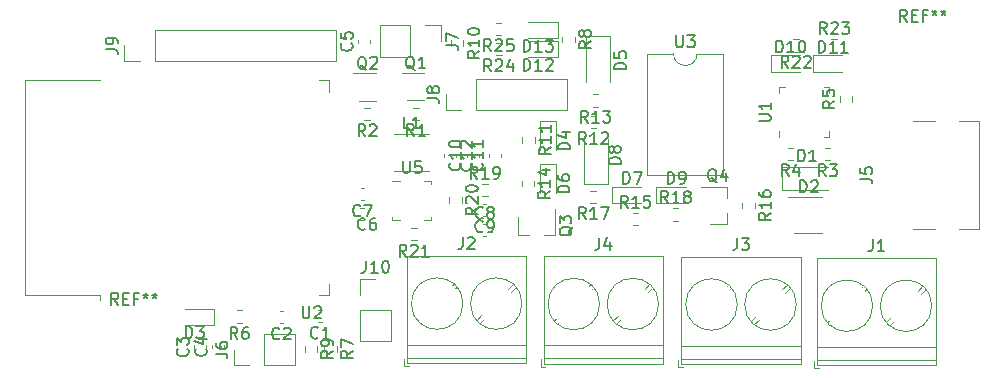
<source format=gbr>
%TF.GenerationSoftware,KiCad,Pcbnew,(5.1.9)-1*%
%TF.CreationDate,2021-11-09T18:36:26+00:00*%
%TF.ProjectId,Bluetooth_ignite_receiver,426c7565-746f-46f7-9468-5f69676e6974,rev?*%
%TF.SameCoordinates,Original*%
%TF.FileFunction,Legend,Top*%
%TF.FilePolarity,Positive*%
%FSLAX46Y46*%
G04 Gerber Fmt 4.6, Leading zero omitted, Abs format (unit mm)*
G04 Created by KiCad (PCBNEW (5.1.9)-1) date 2021-11-09 18:36:26*
%MOMM*%
%LPD*%
G01*
G04 APERTURE LIST*
%ADD10C,0.120000*%
%ADD11C,0.150000*%
G04 APERTURE END LIST*
D10*
%TO.C,J10*%
X98606300Y-97450600D02*
X99936300Y-97450600D01*
X98606300Y-98780600D02*
X98606300Y-97450600D01*
X98606300Y-100050600D02*
X101266300Y-100050600D01*
X101266300Y-100050600D02*
X101266300Y-102650600D01*
X98606300Y-100050600D02*
X98606300Y-102650600D01*
X98606300Y-102650600D02*
X101266300Y-102650600D01*
%TO.C,J9*%
X96554600Y-78990500D02*
X96554600Y-76330500D01*
X81254600Y-78990500D02*
X96554600Y-78990500D01*
X81254600Y-76330500D02*
X96554600Y-76330500D01*
X81254600Y-78990500D02*
X81254600Y-76330500D01*
X79984600Y-78990500D02*
X78654600Y-78990500D01*
X78654600Y-78990500D02*
X78654600Y-77660500D01*
%TO.C,J8*%
X105870700Y-83130700D02*
X105870700Y-81800700D01*
X107200700Y-83130700D02*
X105870700Y-83130700D01*
X108470700Y-83130700D02*
X108470700Y-80470700D01*
X108470700Y-80470700D02*
X116150700Y-80470700D01*
X108470700Y-83130700D02*
X116150700Y-83130700D01*
X116150700Y-83130700D02*
X116150700Y-80470700D01*
%TO.C,J5*%
X151041500Y-84053300D02*
X151041500Y-93213300D01*
X151041500Y-93213300D02*
X149336500Y-93213300D01*
X149336500Y-84053300D02*
X151041500Y-84053300D01*
X147326500Y-84053300D02*
X145406500Y-84053300D01*
X145406500Y-93213300D02*
X147326500Y-93213300D01*
%TO.C,D6*%
X113830900Y-87672200D02*
X113830900Y-90157200D01*
X115200900Y-87672200D02*
X113830900Y-87672200D01*
X115200900Y-90157200D02*
X115200900Y-87672200D01*
%TO.C,R11*%
X112380500Y-85411542D02*
X112380500Y-85886058D01*
X113425500Y-85411542D02*
X113425500Y-85886058D01*
%TO.C,R14*%
X112317000Y-89107742D02*
X112317000Y-89582258D01*
X113362000Y-89107742D02*
X113362000Y-89582258D01*
%TO.C,Q3*%
X111996100Y-93685900D02*
X111996100Y-92225900D01*
X115156100Y-93685900D02*
X115156100Y-91525900D01*
X115156100Y-93685900D02*
X114226100Y-93685900D01*
X111996100Y-93685900D02*
X112926100Y-93685900D01*
%TO.C,D4*%
X113869000Y-84027300D02*
X113869000Y-86512300D01*
X115239000Y-84027300D02*
X113869000Y-84027300D01*
X115239000Y-86512300D02*
X115239000Y-84027300D01*
%TO.C,D5*%
X119795800Y-76882900D02*
X119795800Y-80732900D01*
X117795800Y-76882900D02*
X117795800Y-80732900D01*
X119795800Y-76882900D02*
X117795800Y-76882900D01*
%TO.C,R12*%
X118626658Y-83615000D02*
X118152142Y-83615000D01*
X118626658Y-84660000D02*
X118152142Y-84660000D01*
%TO.C,J4*%
X118905700Y-99555300D02*
G75*
G03*
X118905700Y-99555300I-2180000J0D01*
G01*
X123905700Y-99555300D02*
G75*
G03*
X123905700Y-99555300I-2180000J0D01*
G01*
X114165700Y-104155300D02*
X124285700Y-104155300D01*
X114165700Y-103055300D02*
X124285700Y-103055300D01*
X114165700Y-95495300D02*
X124285700Y-95495300D01*
X114165700Y-104615300D02*
X124285700Y-104615300D01*
X114165700Y-95495300D02*
X114165700Y-104615300D01*
X124285700Y-95495300D02*
X124285700Y-104615300D01*
X118379700Y-98167300D02*
X118272700Y-98274300D01*
X115443700Y-101102300D02*
X115337700Y-101209300D01*
X118113700Y-97901300D02*
X118006700Y-98008300D01*
X115177700Y-100836300D02*
X115071700Y-100943300D01*
X123379700Y-98167300D02*
X122984700Y-98563300D01*
X120718700Y-100829300D02*
X120338700Y-101209300D01*
X123113700Y-97901300D02*
X122733700Y-98281300D01*
X120467700Y-100547300D02*
X120072700Y-100943300D01*
X113925700Y-104215300D02*
X113925700Y-104855300D01*
X113925700Y-104855300D02*
X114325700Y-104855300D01*
%TO.C,J3*%
X130564300Y-99593400D02*
G75*
G03*
X130564300Y-99593400I-2180000J0D01*
G01*
X135564300Y-99593400D02*
G75*
G03*
X135564300Y-99593400I-2180000J0D01*
G01*
X125824300Y-104193400D02*
X135944300Y-104193400D01*
X125824300Y-103093400D02*
X135944300Y-103093400D01*
X125824300Y-95533400D02*
X135944300Y-95533400D01*
X125824300Y-104653400D02*
X135944300Y-104653400D01*
X125824300Y-95533400D02*
X125824300Y-104653400D01*
X135944300Y-95533400D02*
X135944300Y-104653400D01*
X130038300Y-98205400D02*
X129931300Y-98312400D01*
X127102300Y-101140400D02*
X126996300Y-101247400D01*
X129772300Y-97939400D02*
X129665300Y-98046400D01*
X126836300Y-100874400D02*
X126730300Y-100981400D01*
X135038300Y-98205400D02*
X134643300Y-98601400D01*
X132377300Y-100867400D02*
X131997300Y-101247400D01*
X134772300Y-97939400D02*
X134392300Y-98319400D01*
X132126300Y-100585400D02*
X131731300Y-100981400D01*
X125584300Y-104253400D02*
X125584300Y-104893400D01*
X125584300Y-104893400D02*
X125984300Y-104893400D01*
%TO.C,J2*%
X107336000Y-99517200D02*
G75*
G03*
X107336000Y-99517200I-2180000J0D01*
G01*
X112336000Y-99517200D02*
G75*
G03*
X112336000Y-99517200I-2180000J0D01*
G01*
X102596000Y-104117200D02*
X112716000Y-104117200D01*
X102596000Y-103017200D02*
X112716000Y-103017200D01*
X102596000Y-95457200D02*
X112716000Y-95457200D01*
X102596000Y-104577200D02*
X112716000Y-104577200D01*
X102596000Y-95457200D02*
X102596000Y-104577200D01*
X112716000Y-95457200D02*
X112716000Y-104577200D01*
X106810000Y-98129200D02*
X106703000Y-98236200D01*
X103874000Y-101064200D02*
X103768000Y-101171200D01*
X106544000Y-97863200D02*
X106437000Y-97970200D01*
X103608000Y-100798200D02*
X103502000Y-100905200D01*
X111810000Y-98129200D02*
X111415000Y-98525200D01*
X109149000Y-100791200D02*
X108769000Y-101171200D01*
X111544000Y-97863200D02*
X111164000Y-98243200D01*
X108898000Y-100509200D02*
X108503000Y-100905200D01*
X102356000Y-104177200D02*
X102356000Y-104817200D01*
X102356000Y-104817200D02*
X102756000Y-104817200D01*
%TO.C,J1*%
X142032400Y-99695000D02*
G75*
G03*
X142032400Y-99695000I-2180000J0D01*
G01*
X147032400Y-99695000D02*
G75*
G03*
X147032400Y-99695000I-2180000J0D01*
G01*
X137292400Y-104295000D02*
X147412400Y-104295000D01*
X137292400Y-103195000D02*
X147412400Y-103195000D01*
X137292400Y-95635000D02*
X147412400Y-95635000D01*
X137292400Y-104755000D02*
X147412400Y-104755000D01*
X137292400Y-95635000D02*
X137292400Y-104755000D01*
X147412400Y-95635000D02*
X147412400Y-104755000D01*
X141506400Y-98307000D02*
X141399400Y-98414000D01*
X138570400Y-101242000D02*
X138464400Y-101349000D01*
X141240400Y-98041000D02*
X141133400Y-98148000D01*
X138304400Y-100976000D02*
X138198400Y-101083000D01*
X146506400Y-98307000D02*
X146111400Y-98703000D01*
X143845400Y-100969000D02*
X143465400Y-101349000D01*
X146240400Y-98041000D02*
X145860400Y-98421000D01*
X143594400Y-100687000D02*
X143199400Y-101083000D01*
X137052400Y-104355000D02*
X137052400Y-104995000D01*
X137052400Y-104995000D02*
X137452400Y-104995000D01*
%TO.C,R13*%
X118804458Y-81786200D02*
X118329942Y-81786200D01*
X118804458Y-82831200D02*
X118329942Y-82831200D01*
%TO.C,U3*%
X125161800Y-78349800D02*
X122926800Y-78349800D01*
X122926800Y-78349800D02*
X122926800Y-88629800D01*
X122926800Y-88629800D02*
X129396800Y-88629800D01*
X129396800Y-88629800D02*
X129396800Y-78349800D01*
X129396800Y-78349800D02*
X127161800Y-78349800D01*
X127161800Y-78349800D02*
G75*
G02*
X125161800Y-78349800I-1000000J0D01*
G01*
%TO.C,J7*%
X100295400Y-75962200D02*
X100295400Y-78622200D01*
X102895400Y-75962200D02*
X100295400Y-75962200D01*
X102895400Y-78622200D02*
X100295400Y-78622200D01*
X102895400Y-75962200D02*
X102895400Y-78622200D01*
X104165400Y-75962200D02*
X105495400Y-75962200D01*
X105495400Y-75962200D02*
X105495400Y-77292200D01*
%TO.C,J6*%
X93138300Y-104746100D02*
X93138300Y-102086100D01*
X90538300Y-104746100D02*
X93138300Y-104746100D01*
X90538300Y-102086100D02*
X93138300Y-102086100D01*
X90538300Y-104746100D02*
X90538300Y-102086100D01*
X89268300Y-104746100D02*
X87938300Y-104746100D01*
X87938300Y-104746100D02*
X87938300Y-103416100D01*
%TO.C,U2*%
X76648300Y-98820100D02*
X76648300Y-99200100D01*
X70228300Y-98820100D02*
X76648300Y-98820100D01*
X70228300Y-80580100D02*
X76648300Y-80580100D01*
X70228300Y-98820100D02*
X70228300Y-80580100D01*
X95973300Y-80580100D02*
X95973300Y-81580100D01*
X95193300Y-80580100D02*
X95973300Y-80580100D01*
X95973300Y-98820100D02*
X95973300Y-97820100D01*
X95193300Y-98820100D02*
X95973300Y-98820100D01*
%TO.C,C6*%
X98946580Y-91412600D02*
X98665420Y-91412600D01*
X98946580Y-92432600D02*
X98665420Y-92432600D01*
%TO.C,R25*%
X110600758Y-76786000D02*
X110126242Y-76786000D01*
X110600758Y-75741000D02*
X110126242Y-75741000D01*
%TO.C,R24*%
X110612958Y-78487800D02*
X110138442Y-78487800D01*
X110612958Y-77442800D02*
X110138442Y-77442800D01*
%TO.C,D13*%
X112890400Y-77037400D02*
X115375400Y-77037400D01*
X115375400Y-77037400D02*
X115375400Y-75667400D01*
X115375400Y-75667400D02*
X112890400Y-75667400D01*
%TO.C,D12*%
X112890100Y-78650300D02*
X115375100Y-78650300D01*
X115375100Y-78650300D02*
X115375100Y-77280300D01*
X115375100Y-77280300D02*
X112890100Y-77280300D01*
%TO.C,Q1*%
X102639900Y-82313000D02*
X104039900Y-82313000D01*
X104039900Y-79993000D02*
X102139900Y-79993000D01*
%TO.C,U5*%
X101372400Y-92455000D02*
X101372400Y-92205000D01*
X104672400Y-92205000D02*
X104672400Y-92455000D01*
X104672400Y-89405000D02*
X104672400Y-89155000D01*
X101372400Y-92455000D02*
X102037400Y-92455000D01*
X104007400Y-89155000D02*
X104672400Y-89155000D01*
X101372400Y-89155000D02*
X102037400Y-89155000D01*
X104007400Y-92455000D02*
X104672400Y-92455000D01*
%TO.C,U1*%
X134122900Y-84947000D02*
X134122900Y-85422000D01*
X138342900Y-81202000D02*
X137867900Y-81202000D01*
X138342900Y-81677000D02*
X138342900Y-81202000D01*
X138342900Y-85422000D02*
X137867900Y-85422000D01*
X138342900Y-84947000D02*
X138342900Y-85422000D01*
X134122900Y-81202000D02*
X134597900Y-81202000D01*
X134122900Y-81677000D02*
X134122900Y-81202000D01*
%TO.C,R23*%
X138536142Y-78183000D02*
X139010658Y-78183000D01*
X138536142Y-77138000D02*
X139010658Y-77138000D01*
%TO.C,R22*%
X135771658Y-77138000D02*
X135297142Y-77138000D01*
X135771658Y-78183000D02*
X135297142Y-78183000D01*
%TO.C,R21*%
X103424758Y-93127300D02*
X102950242Y-93127300D01*
X103424758Y-94172300D02*
X102950242Y-94172300D01*
%TO.C,R20*%
X106182900Y-90516942D02*
X106182900Y-90991458D01*
X107227900Y-90516942D02*
X107227900Y-90991458D01*
%TO.C,R19*%
X108957842Y-90438500D02*
X109432358Y-90438500D01*
X108957842Y-89393500D02*
X109432358Y-89393500D01*
%TO.C,R18*%
X125111742Y-92495900D02*
X125586258Y-92495900D01*
X125111742Y-91450900D02*
X125586258Y-91450900D01*
%TO.C,R17*%
X118613958Y-89952300D02*
X118139442Y-89952300D01*
X118613958Y-90997300D02*
X118139442Y-90997300D01*
%TO.C,R16*%
X130986000Y-90961442D02*
X130986000Y-91435958D01*
X132031000Y-90961442D02*
X132031000Y-91435958D01*
%TO.C,R15*%
X121708142Y-92889600D02*
X122182658Y-92889600D01*
X121708142Y-91844600D02*
X122182658Y-91844600D01*
%TO.C,R10*%
X106335300Y-77232742D02*
X106335300Y-77707258D01*
X107380300Y-77232742D02*
X107380300Y-77707258D01*
%TO.C,R9*%
X93940100Y-103115342D02*
X93940100Y-103589858D01*
X94985100Y-103115342D02*
X94985100Y-103589858D01*
%TO.C,R8*%
X115758700Y-76915742D02*
X115758700Y-77390258D01*
X116803700Y-76915742D02*
X116803700Y-77390258D01*
%TO.C,R7*%
X95591100Y-103115342D02*
X95591100Y-103589858D01*
X96636100Y-103115342D02*
X96636100Y-103589858D01*
%TO.C,R6*%
X88654658Y-100099600D02*
X88180142Y-100099600D01*
X88654658Y-101144600D02*
X88180142Y-101144600D01*
%TO.C,R5*%
X140286000Y-82431658D02*
X140286000Y-81957142D01*
X139241000Y-82431658D02*
X139241000Y-81957142D01*
%TO.C,R4*%
X135314458Y-86307400D02*
X134839942Y-86307400D01*
X135314458Y-87352400D02*
X134839942Y-87352400D01*
%TO.C,R3*%
X138451358Y-86332800D02*
X137976842Y-86332800D01*
X138451358Y-87377800D02*
X137976842Y-87377800D01*
%TO.C,R2*%
X99475558Y-82941900D02*
X99001042Y-82941900D01*
X99475558Y-83986900D02*
X99001042Y-83986900D01*
%TO.C,R1*%
X103603058Y-82929200D02*
X103128542Y-82929200D01*
X103603058Y-83974200D02*
X103128542Y-83974200D01*
%TO.C,Q4*%
X129690400Y-92778700D02*
X128230400Y-92778700D01*
X129690400Y-89618700D02*
X127530400Y-89618700D01*
X129690400Y-89618700D02*
X129690400Y-90548700D01*
X129690400Y-92778700D02*
X129690400Y-91848700D01*
%TO.C,Q2*%
X98563200Y-82338400D02*
X99963200Y-82338400D01*
X99963200Y-80018400D02*
X98063200Y-80018400D01*
%TO.C,L1*%
X101471600Y-88328300D02*
X104471600Y-88328300D01*
X101471600Y-85128300D02*
X104471600Y-85128300D01*
%TO.C,D11*%
X136973600Y-79882200D02*
X139458600Y-79882200D01*
X136973600Y-78512200D02*
X136973600Y-79882200D01*
X139458600Y-78512200D02*
X136973600Y-78512200D01*
%TO.C,D10*%
X133391900Y-79869500D02*
X135876900Y-79869500D01*
X133391900Y-78499500D02*
X133391900Y-79869500D01*
X135876900Y-78499500D02*
X133391900Y-78499500D01*
%TO.C,D9*%
X123727200Y-90982000D02*
X126212200Y-90982000D01*
X123727200Y-89612000D02*
X123727200Y-90982000D01*
X126212200Y-89612000D02*
X123727200Y-89612000D01*
%TO.C,D8*%
X117630700Y-89398200D02*
X117630700Y-85548200D01*
X119630700Y-89398200D02*
X119630700Y-85548200D01*
X117630700Y-89398200D02*
X119630700Y-89398200D01*
%TO.C,D7*%
X119955600Y-90982000D02*
X122440600Y-90982000D01*
X119955600Y-89612000D02*
X119955600Y-90982000D01*
X122440600Y-89612000D02*
X119955600Y-89612000D01*
%TO.C,D3*%
X86280000Y-99937100D02*
X83795000Y-99937100D01*
X86280000Y-101307100D02*
X86280000Y-99937100D01*
X83795000Y-101307100D02*
X86280000Y-101307100D01*
%TO.C,D2*%
X137780700Y-90471700D02*
X134830700Y-90471700D01*
X135380700Y-93571700D02*
X137780700Y-93571700D01*
%TO.C,D1*%
X134375800Y-87938100D02*
X138225800Y-87938100D01*
X134375800Y-89938100D02*
X138225800Y-89938100D01*
X134375800Y-87938100D02*
X134375800Y-89938100D01*
%TO.C,C12*%
X105712800Y-86854420D02*
X105712800Y-87135580D01*
X106732800Y-86854420D02*
X106732800Y-87135580D01*
%TO.C,C11*%
X110530100Y-87110180D02*
X110530100Y-86829020D01*
X109510100Y-87110180D02*
X109510100Y-86829020D01*
%TO.C,C10*%
X108663200Y-87123180D02*
X108663200Y-86842020D01*
X107643200Y-87123180D02*
X107643200Y-86842020D01*
%TO.C,C9*%
X109322180Y-91082400D02*
X109041020Y-91082400D01*
X109322180Y-92102400D02*
X109041020Y-92102400D01*
%TO.C,C8*%
X109041020Y-93816900D02*
X109322180Y-93816900D01*
X109041020Y-92796900D02*
X109322180Y-92796900D01*
%TO.C,C7*%
X98958980Y-89736200D02*
X98677820Y-89736200D01*
X98958980Y-90756200D02*
X98677820Y-90756200D01*
%TO.C,C5*%
X99481100Y-77458180D02*
X99481100Y-77177020D01*
X98461100Y-77458180D02*
X98461100Y-77177020D01*
%TO.C,C4*%
X87136700Y-103315380D02*
X87136700Y-103034220D01*
X86116700Y-103315380D02*
X86116700Y-103034220D01*
%TO.C,C3*%
X85600000Y-103327780D02*
X85600000Y-103046620D01*
X84580000Y-103327780D02*
X84580000Y-103046620D01*
%TO.C,C2*%
X92101280Y-100150200D02*
X91820120Y-100150200D01*
X92101280Y-101170200D02*
X91820120Y-101170200D01*
%TO.C,C1*%
X95377880Y-100086700D02*
X95096720Y-100086700D01*
X95377880Y-101106700D02*
X95096720Y-101106700D01*
%TO.C,REF\u002A\u002A*%
D11*
X144932566Y-75636780D02*
X144599233Y-75160590D01*
X144361138Y-75636780D02*
X144361138Y-74636780D01*
X144742090Y-74636780D01*
X144837328Y-74684400D01*
X144884947Y-74732019D01*
X144932566Y-74827257D01*
X144932566Y-74970114D01*
X144884947Y-75065352D01*
X144837328Y-75112971D01*
X144742090Y-75160590D01*
X144361138Y-75160590D01*
X145361138Y-75112971D02*
X145694471Y-75112971D01*
X145837328Y-75636780D02*
X145361138Y-75636780D01*
X145361138Y-74636780D01*
X145837328Y-74636780D01*
X146599233Y-75112971D02*
X146265900Y-75112971D01*
X146265900Y-75636780D02*
X146265900Y-74636780D01*
X146742090Y-74636780D01*
X147265900Y-74636780D02*
X147265900Y-74874876D01*
X147027804Y-74779638D02*
X147265900Y-74874876D01*
X147503995Y-74779638D01*
X147123042Y-75065352D02*
X147265900Y-74874876D01*
X147408757Y-75065352D01*
X148027804Y-74636780D02*
X148027804Y-74874876D01*
X147789709Y-74779638D02*
X148027804Y-74874876D01*
X148265900Y-74779638D01*
X147884947Y-75065352D02*
X148027804Y-74874876D01*
X148170661Y-75065352D01*
X78143266Y-99614380D02*
X77809933Y-99138190D01*
X77571838Y-99614380D02*
X77571838Y-98614380D01*
X77952790Y-98614380D01*
X78048028Y-98662000D01*
X78095647Y-98709619D01*
X78143266Y-98804857D01*
X78143266Y-98947714D01*
X78095647Y-99042952D01*
X78048028Y-99090571D01*
X77952790Y-99138190D01*
X77571838Y-99138190D01*
X78571838Y-99090571D02*
X78905171Y-99090571D01*
X79048028Y-99614380D02*
X78571838Y-99614380D01*
X78571838Y-98614380D01*
X79048028Y-98614380D01*
X79809933Y-99090571D02*
X79476600Y-99090571D01*
X79476600Y-99614380D02*
X79476600Y-98614380D01*
X79952790Y-98614380D01*
X80476600Y-98614380D02*
X80476600Y-98852476D01*
X80238504Y-98757238D02*
X80476600Y-98852476D01*
X80714695Y-98757238D01*
X80333742Y-99042952D02*
X80476600Y-98852476D01*
X80619457Y-99042952D01*
X81238504Y-98614380D02*
X81238504Y-98852476D01*
X81000409Y-98757238D02*
X81238504Y-98852476D01*
X81476600Y-98757238D01*
X81095647Y-99042952D02*
X81238504Y-98852476D01*
X81381361Y-99042952D01*
%TO.C,J10*%
X99126776Y-95902980D02*
X99126776Y-96617266D01*
X99079157Y-96760123D01*
X98983919Y-96855361D01*
X98841061Y-96902980D01*
X98745823Y-96902980D01*
X100126776Y-96902980D02*
X99555347Y-96902980D01*
X99841061Y-96902980D02*
X99841061Y-95902980D01*
X99745823Y-96045838D01*
X99650585Y-96141076D01*
X99555347Y-96188695D01*
X100745823Y-95902980D02*
X100841061Y-95902980D01*
X100936300Y-95950600D01*
X100983919Y-95998219D01*
X101031538Y-96093457D01*
X101079157Y-96283933D01*
X101079157Y-96522028D01*
X101031538Y-96712504D01*
X100983919Y-96807742D01*
X100936300Y-96855361D01*
X100841061Y-96902980D01*
X100745823Y-96902980D01*
X100650585Y-96855361D01*
X100602966Y-96807742D01*
X100555347Y-96712504D01*
X100507728Y-96522028D01*
X100507728Y-96283933D01*
X100555347Y-96093457D01*
X100602966Y-95998219D01*
X100650585Y-95950600D01*
X100745823Y-95902980D01*
%TO.C,J9*%
X77106980Y-77993833D02*
X77821266Y-77993833D01*
X77964123Y-78041452D01*
X78059361Y-78136690D01*
X78106980Y-78279547D01*
X78106980Y-78374785D01*
X78106980Y-77470023D02*
X78106980Y-77279547D01*
X78059361Y-77184309D01*
X78011742Y-77136690D01*
X77868885Y-77041452D01*
X77678409Y-76993833D01*
X77297457Y-76993833D01*
X77202219Y-77041452D01*
X77154600Y-77089071D01*
X77106980Y-77184309D01*
X77106980Y-77374785D01*
X77154600Y-77470023D01*
X77202219Y-77517642D01*
X77297457Y-77565261D01*
X77535552Y-77565261D01*
X77630790Y-77517642D01*
X77678409Y-77470023D01*
X77726028Y-77374785D01*
X77726028Y-77184309D01*
X77678409Y-77089071D01*
X77630790Y-77041452D01*
X77535552Y-76993833D01*
%TO.C,J8*%
X104323080Y-82134033D02*
X105037366Y-82134033D01*
X105180223Y-82181652D01*
X105275461Y-82276890D01*
X105323080Y-82419747D01*
X105323080Y-82514985D01*
X104751652Y-81514985D02*
X104704033Y-81610223D01*
X104656414Y-81657842D01*
X104561176Y-81705461D01*
X104513557Y-81705461D01*
X104418319Y-81657842D01*
X104370700Y-81610223D01*
X104323080Y-81514985D01*
X104323080Y-81324509D01*
X104370700Y-81229271D01*
X104418319Y-81181652D01*
X104513557Y-81134033D01*
X104561176Y-81134033D01*
X104656414Y-81181652D01*
X104704033Y-81229271D01*
X104751652Y-81324509D01*
X104751652Y-81514985D01*
X104799271Y-81610223D01*
X104846890Y-81657842D01*
X104942128Y-81705461D01*
X105132604Y-81705461D01*
X105227842Y-81657842D01*
X105275461Y-81610223D01*
X105323080Y-81514985D01*
X105323080Y-81324509D01*
X105275461Y-81229271D01*
X105227842Y-81181652D01*
X105132604Y-81134033D01*
X104942128Y-81134033D01*
X104846890Y-81181652D01*
X104799271Y-81229271D01*
X104751652Y-81324509D01*
%TO.C,J5*%
X140993880Y-88966633D02*
X141708166Y-88966633D01*
X141851023Y-89014252D01*
X141946261Y-89109490D01*
X141993880Y-89252347D01*
X141993880Y-89347585D01*
X140993880Y-88014252D02*
X140993880Y-88490442D01*
X141470071Y-88538061D01*
X141422452Y-88490442D01*
X141374833Y-88395204D01*
X141374833Y-88157109D01*
X141422452Y-88061871D01*
X141470071Y-88014252D01*
X141565309Y-87966633D01*
X141803404Y-87966633D01*
X141898642Y-88014252D01*
X141946261Y-88061871D01*
X141993880Y-88157109D01*
X141993880Y-88395204D01*
X141946261Y-88490442D01*
X141898642Y-88538061D01*
%TO.C,D6*%
X116348280Y-90095295D02*
X115348280Y-90095295D01*
X115348280Y-89857200D01*
X115395900Y-89714342D01*
X115491138Y-89619104D01*
X115586376Y-89571485D01*
X115776852Y-89523866D01*
X115919709Y-89523866D01*
X116110185Y-89571485D01*
X116205423Y-89619104D01*
X116300661Y-89714342D01*
X116348280Y-89857200D01*
X116348280Y-90095295D01*
X115348280Y-88666723D02*
X115348280Y-88857200D01*
X115395900Y-88952438D01*
X115443519Y-89000057D01*
X115586376Y-89095295D01*
X115776852Y-89142914D01*
X116157804Y-89142914D01*
X116253042Y-89095295D01*
X116300661Y-89047676D01*
X116348280Y-88952438D01*
X116348280Y-88761961D01*
X116300661Y-88666723D01*
X116253042Y-88619104D01*
X116157804Y-88571485D01*
X115919709Y-88571485D01*
X115824471Y-88619104D01*
X115776852Y-88666723D01*
X115729233Y-88761961D01*
X115729233Y-88952438D01*
X115776852Y-89047676D01*
X115824471Y-89095295D01*
X115919709Y-89142914D01*
%TO.C,R11*%
X114785380Y-86291657D02*
X114309190Y-86624990D01*
X114785380Y-86863085D02*
X113785380Y-86863085D01*
X113785380Y-86482133D01*
X113833000Y-86386895D01*
X113880619Y-86339276D01*
X113975857Y-86291657D01*
X114118714Y-86291657D01*
X114213952Y-86339276D01*
X114261571Y-86386895D01*
X114309190Y-86482133D01*
X114309190Y-86863085D01*
X114785380Y-85339276D02*
X114785380Y-85910704D01*
X114785380Y-85624990D02*
X113785380Y-85624990D01*
X113928238Y-85720228D01*
X114023476Y-85815466D01*
X114071095Y-85910704D01*
X114785380Y-84386895D02*
X114785380Y-84958323D01*
X114785380Y-84672609D02*
X113785380Y-84672609D01*
X113928238Y-84767847D01*
X114023476Y-84863085D01*
X114071095Y-84958323D01*
%TO.C,R14*%
X114721880Y-89987857D02*
X114245690Y-90321190D01*
X114721880Y-90559285D02*
X113721880Y-90559285D01*
X113721880Y-90178333D01*
X113769500Y-90083095D01*
X113817119Y-90035476D01*
X113912357Y-89987857D01*
X114055214Y-89987857D01*
X114150452Y-90035476D01*
X114198071Y-90083095D01*
X114245690Y-90178333D01*
X114245690Y-90559285D01*
X114721880Y-89035476D02*
X114721880Y-89606904D01*
X114721880Y-89321190D02*
X113721880Y-89321190D01*
X113864738Y-89416428D01*
X113959976Y-89511666D01*
X114007595Y-89606904D01*
X114055214Y-88178333D02*
X114721880Y-88178333D01*
X113674261Y-88416428D02*
X114388547Y-88654523D01*
X114388547Y-88035476D01*
%TO.C,Q3*%
X116623719Y-93021138D02*
X116576100Y-93116376D01*
X116480861Y-93211614D01*
X116338004Y-93354471D01*
X116290385Y-93449709D01*
X116290385Y-93544947D01*
X116528480Y-93497328D02*
X116480861Y-93592566D01*
X116385623Y-93687804D01*
X116195147Y-93735423D01*
X115861814Y-93735423D01*
X115671338Y-93687804D01*
X115576100Y-93592566D01*
X115528480Y-93497328D01*
X115528480Y-93306852D01*
X115576100Y-93211614D01*
X115671338Y-93116376D01*
X115861814Y-93068757D01*
X116195147Y-93068757D01*
X116385623Y-93116376D01*
X116480861Y-93211614D01*
X116528480Y-93306852D01*
X116528480Y-93497328D01*
X115528480Y-92735423D02*
X115528480Y-92116376D01*
X115909433Y-92449709D01*
X115909433Y-92306852D01*
X115957052Y-92211614D01*
X116004671Y-92163995D01*
X116099909Y-92116376D01*
X116338004Y-92116376D01*
X116433242Y-92163995D01*
X116480861Y-92211614D01*
X116528480Y-92306852D01*
X116528480Y-92592566D01*
X116480861Y-92687804D01*
X116433242Y-92735423D01*
%TO.C,D4*%
X116386380Y-86450395D02*
X115386380Y-86450395D01*
X115386380Y-86212300D01*
X115434000Y-86069442D01*
X115529238Y-85974204D01*
X115624476Y-85926585D01*
X115814952Y-85878966D01*
X115957809Y-85878966D01*
X116148285Y-85926585D01*
X116243523Y-85974204D01*
X116338761Y-86069442D01*
X116386380Y-86212300D01*
X116386380Y-86450395D01*
X115719714Y-85021823D02*
X116386380Y-85021823D01*
X115338761Y-85259919D02*
X116053047Y-85498014D01*
X116053047Y-84878966D01*
%TO.C,D5*%
X121153180Y-79693995D02*
X120153180Y-79693995D01*
X120153180Y-79455900D01*
X120200800Y-79313042D01*
X120296038Y-79217804D01*
X120391276Y-79170185D01*
X120581752Y-79122566D01*
X120724609Y-79122566D01*
X120915085Y-79170185D01*
X121010323Y-79217804D01*
X121105561Y-79313042D01*
X121153180Y-79455900D01*
X121153180Y-79693995D01*
X120153180Y-78217804D02*
X120153180Y-78693995D01*
X120629371Y-78741614D01*
X120581752Y-78693995D01*
X120534133Y-78598757D01*
X120534133Y-78360661D01*
X120581752Y-78265423D01*
X120629371Y-78217804D01*
X120724609Y-78170185D01*
X120962704Y-78170185D01*
X121057942Y-78217804D01*
X121105561Y-78265423D01*
X121153180Y-78360661D01*
X121153180Y-78598757D01*
X121105561Y-78693995D01*
X121057942Y-78741614D01*
%TO.C,R12*%
X117746542Y-86019880D02*
X117413209Y-85543690D01*
X117175114Y-86019880D02*
X117175114Y-85019880D01*
X117556066Y-85019880D01*
X117651304Y-85067500D01*
X117698923Y-85115119D01*
X117746542Y-85210357D01*
X117746542Y-85353214D01*
X117698923Y-85448452D01*
X117651304Y-85496071D01*
X117556066Y-85543690D01*
X117175114Y-85543690D01*
X118698923Y-86019880D02*
X118127495Y-86019880D01*
X118413209Y-86019880D02*
X118413209Y-85019880D01*
X118317971Y-85162738D01*
X118222733Y-85257976D01*
X118127495Y-85305595D01*
X119079876Y-85115119D02*
X119127495Y-85067500D01*
X119222733Y-85019880D01*
X119460828Y-85019880D01*
X119556066Y-85067500D01*
X119603685Y-85115119D01*
X119651304Y-85210357D01*
X119651304Y-85305595D01*
X119603685Y-85448452D01*
X119032257Y-86019880D01*
X119651304Y-86019880D01*
%TO.C,J4*%
X118892366Y-93947680D02*
X118892366Y-94661966D01*
X118844747Y-94804823D01*
X118749509Y-94900061D01*
X118606652Y-94947680D01*
X118511414Y-94947680D01*
X119797128Y-94281014D02*
X119797128Y-94947680D01*
X119559033Y-93900061D02*
X119320938Y-94614347D01*
X119939985Y-94614347D01*
%TO.C,J3*%
X130550966Y-93985780D02*
X130550966Y-94700066D01*
X130503347Y-94842923D01*
X130408109Y-94938161D01*
X130265252Y-94985780D01*
X130170014Y-94985780D01*
X130931919Y-93985780D02*
X131550966Y-93985780D01*
X131217633Y-94366733D01*
X131360490Y-94366733D01*
X131455728Y-94414352D01*
X131503347Y-94461971D01*
X131550966Y-94557209D01*
X131550966Y-94795304D01*
X131503347Y-94890542D01*
X131455728Y-94938161D01*
X131360490Y-94985780D01*
X131074776Y-94985780D01*
X130979538Y-94938161D01*
X130931919Y-94890542D01*
%TO.C,J2*%
X107322666Y-93909580D02*
X107322666Y-94623866D01*
X107275047Y-94766723D01*
X107179809Y-94861961D01*
X107036952Y-94909580D01*
X106941714Y-94909580D01*
X107751238Y-94004819D02*
X107798857Y-93957200D01*
X107894095Y-93909580D01*
X108132190Y-93909580D01*
X108227428Y-93957200D01*
X108275047Y-94004819D01*
X108322666Y-94100057D01*
X108322666Y-94195295D01*
X108275047Y-94338152D01*
X107703619Y-94909580D01*
X108322666Y-94909580D01*
%TO.C,J1*%
X142019066Y-94087380D02*
X142019066Y-94801666D01*
X141971447Y-94944523D01*
X141876209Y-95039761D01*
X141733352Y-95087380D01*
X141638114Y-95087380D01*
X143019066Y-95087380D02*
X142447638Y-95087380D01*
X142733352Y-95087380D02*
X142733352Y-94087380D01*
X142638114Y-94230238D01*
X142542876Y-94325476D01*
X142447638Y-94373095D01*
%TO.C,R13*%
X117924342Y-84191080D02*
X117591009Y-83714890D01*
X117352914Y-84191080D02*
X117352914Y-83191080D01*
X117733866Y-83191080D01*
X117829104Y-83238700D01*
X117876723Y-83286319D01*
X117924342Y-83381557D01*
X117924342Y-83524414D01*
X117876723Y-83619652D01*
X117829104Y-83667271D01*
X117733866Y-83714890D01*
X117352914Y-83714890D01*
X118876723Y-84191080D02*
X118305295Y-84191080D01*
X118591009Y-84191080D02*
X118591009Y-83191080D01*
X118495771Y-83333938D01*
X118400533Y-83429176D01*
X118305295Y-83476795D01*
X119210057Y-83191080D02*
X119829104Y-83191080D01*
X119495771Y-83572033D01*
X119638628Y-83572033D01*
X119733866Y-83619652D01*
X119781485Y-83667271D01*
X119829104Y-83762509D01*
X119829104Y-84000604D01*
X119781485Y-84095842D01*
X119733866Y-84143461D01*
X119638628Y-84191080D01*
X119352914Y-84191080D01*
X119257676Y-84143461D01*
X119210057Y-84095842D01*
%TO.C,U3*%
X125399895Y-76802180D02*
X125399895Y-77611704D01*
X125447514Y-77706942D01*
X125495133Y-77754561D01*
X125590371Y-77802180D01*
X125780847Y-77802180D01*
X125876085Y-77754561D01*
X125923704Y-77706942D01*
X125971323Y-77611704D01*
X125971323Y-76802180D01*
X126352276Y-76802180D02*
X126971323Y-76802180D01*
X126637990Y-77183133D01*
X126780847Y-77183133D01*
X126876085Y-77230752D01*
X126923704Y-77278371D01*
X126971323Y-77373609D01*
X126971323Y-77611704D01*
X126923704Y-77706942D01*
X126876085Y-77754561D01*
X126780847Y-77802180D01*
X126495133Y-77802180D01*
X126399895Y-77754561D01*
X126352276Y-77706942D01*
%TO.C,J7*%
X105947780Y-77625533D02*
X106662066Y-77625533D01*
X106804923Y-77673152D01*
X106900161Y-77768390D01*
X106947780Y-77911247D01*
X106947780Y-78006485D01*
X105947780Y-77244580D02*
X105947780Y-76577914D01*
X106947780Y-77006485D01*
%TO.C,J6*%
X86390680Y-103749433D02*
X87104966Y-103749433D01*
X87247823Y-103797052D01*
X87343061Y-103892290D01*
X87390680Y-104035147D01*
X87390680Y-104130385D01*
X86390680Y-102844671D02*
X86390680Y-103035147D01*
X86438300Y-103130385D01*
X86485919Y-103178004D01*
X86628776Y-103273242D01*
X86819252Y-103320861D01*
X87200204Y-103320861D01*
X87295442Y-103273242D01*
X87343061Y-103225623D01*
X87390680Y-103130385D01*
X87390680Y-102939909D01*
X87343061Y-102844671D01*
X87295442Y-102797052D01*
X87200204Y-102749433D01*
X86962109Y-102749433D01*
X86866871Y-102797052D01*
X86819252Y-102844671D01*
X86771633Y-102939909D01*
X86771633Y-103130385D01*
X86819252Y-103225623D01*
X86866871Y-103273242D01*
X86962109Y-103320861D01*
%TO.C,U2*%
X93761395Y-99762480D02*
X93761395Y-100572004D01*
X93809014Y-100667242D01*
X93856633Y-100714861D01*
X93951871Y-100762480D01*
X94142347Y-100762480D01*
X94237585Y-100714861D01*
X94285204Y-100667242D01*
X94332823Y-100572004D01*
X94332823Y-99762480D01*
X94761395Y-99857719D02*
X94809014Y-99810100D01*
X94904252Y-99762480D01*
X95142347Y-99762480D01*
X95237585Y-99810100D01*
X95285204Y-99857719D01*
X95332823Y-99952957D01*
X95332823Y-100048195D01*
X95285204Y-100191052D01*
X94713776Y-100762480D01*
X95332823Y-100762480D01*
%TO.C,C6*%
X99058433Y-93194142D02*
X99010814Y-93241761D01*
X98867957Y-93289380D01*
X98772719Y-93289380D01*
X98629861Y-93241761D01*
X98534623Y-93146523D01*
X98487004Y-93051285D01*
X98439385Y-92860809D01*
X98439385Y-92717952D01*
X98487004Y-92527476D01*
X98534623Y-92432238D01*
X98629861Y-92337000D01*
X98772719Y-92289380D01*
X98867957Y-92289380D01*
X99010814Y-92337000D01*
X99058433Y-92384619D01*
X99915576Y-92289380D02*
X99725100Y-92289380D01*
X99629861Y-92337000D01*
X99582242Y-92384619D01*
X99487004Y-92527476D01*
X99439385Y-92717952D01*
X99439385Y-93098904D01*
X99487004Y-93194142D01*
X99534623Y-93241761D01*
X99629861Y-93289380D01*
X99820338Y-93289380D01*
X99915576Y-93241761D01*
X99963195Y-93194142D01*
X100010814Y-93098904D01*
X100010814Y-92860809D01*
X99963195Y-92765571D01*
X99915576Y-92717952D01*
X99820338Y-92670333D01*
X99629861Y-92670333D01*
X99534623Y-92717952D01*
X99487004Y-92765571D01*
X99439385Y-92860809D01*
%TO.C,R25*%
X109720642Y-78145880D02*
X109387309Y-77669690D01*
X109149214Y-78145880D02*
X109149214Y-77145880D01*
X109530166Y-77145880D01*
X109625404Y-77193500D01*
X109673023Y-77241119D01*
X109720642Y-77336357D01*
X109720642Y-77479214D01*
X109673023Y-77574452D01*
X109625404Y-77622071D01*
X109530166Y-77669690D01*
X109149214Y-77669690D01*
X110101595Y-77241119D02*
X110149214Y-77193500D01*
X110244452Y-77145880D01*
X110482547Y-77145880D01*
X110577785Y-77193500D01*
X110625404Y-77241119D01*
X110673023Y-77336357D01*
X110673023Y-77431595D01*
X110625404Y-77574452D01*
X110053976Y-78145880D01*
X110673023Y-78145880D01*
X111577785Y-77145880D02*
X111101595Y-77145880D01*
X111053976Y-77622071D01*
X111101595Y-77574452D01*
X111196833Y-77526833D01*
X111434928Y-77526833D01*
X111530166Y-77574452D01*
X111577785Y-77622071D01*
X111625404Y-77717309D01*
X111625404Y-77955404D01*
X111577785Y-78050642D01*
X111530166Y-78098261D01*
X111434928Y-78145880D01*
X111196833Y-78145880D01*
X111101595Y-78098261D01*
X111053976Y-78050642D01*
%TO.C,R24*%
X109732842Y-79847680D02*
X109399509Y-79371490D01*
X109161414Y-79847680D02*
X109161414Y-78847680D01*
X109542366Y-78847680D01*
X109637604Y-78895300D01*
X109685223Y-78942919D01*
X109732842Y-79038157D01*
X109732842Y-79181014D01*
X109685223Y-79276252D01*
X109637604Y-79323871D01*
X109542366Y-79371490D01*
X109161414Y-79371490D01*
X110113795Y-78942919D02*
X110161414Y-78895300D01*
X110256652Y-78847680D01*
X110494747Y-78847680D01*
X110589985Y-78895300D01*
X110637604Y-78942919D01*
X110685223Y-79038157D01*
X110685223Y-79133395D01*
X110637604Y-79276252D01*
X110066176Y-79847680D01*
X110685223Y-79847680D01*
X111542366Y-79181014D02*
X111542366Y-79847680D01*
X111304271Y-78800061D02*
X111066176Y-79514347D01*
X111685223Y-79514347D01*
%TO.C,D13*%
X112476114Y-78184780D02*
X112476114Y-77184780D01*
X112714209Y-77184780D01*
X112857066Y-77232400D01*
X112952304Y-77327638D01*
X112999923Y-77422876D01*
X113047542Y-77613352D01*
X113047542Y-77756209D01*
X112999923Y-77946685D01*
X112952304Y-78041923D01*
X112857066Y-78137161D01*
X112714209Y-78184780D01*
X112476114Y-78184780D01*
X113999923Y-78184780D02*
X113428495Y-78184780D01*
X113714209Y-78184780D02*
X113714209Y-77184780D01*
X113618971Y-77327638D01*
X113523733Y-77422876D01*
X113428495Y-77470495D01*
X114333257Y-77184780D02*
X114952304Y-77184780D01*
X114618971Y-77565733D01*
X114761828Y-77565733D01*
X114857066Y-77613352D01*
X114904685Y-77660971D01*
X114952304Y-77756209D01*
X114952304Y-77994304D01*
X114904685Y-78089542D01*
X114857066Y-78137161D01*
X114761828Y-78184780D01*
X114476114Y-78184780D01*
X114380876Y-78137161D01*
X114333257Y-78089542D01*
%TO.C,D12*%
X112475814Y-79797680D02*
X112475814Y-78797680D01*
X112713909Y-78797680D01*
X112856766Y-78845300D01*
X112952004Y-78940538D01*
X112999623Y-79035776D01*
X113047242Y-79226252D01*
X113047242Y-79369109D01*
X112999623Y-79559585D01*
X112952004Y-79654823D01*
X112856766Y-79750061D01*
X112713909Y-79797680D01*
X112475814Y-79797680D01*
X113999623Y-79797680D02*
X113428195Y-79797680D01*
X113713909Y-79797680D02*
X113713909Y-78797680D01*
X113618671Y-78940538D01*
X113523433Y-79035776D01*
X113428195Y-79083395D01*
X114380576Y-78892919D02*
X114428195Y-78845300D01*
X114523433Y-78797680D01*
X114761528Y-78797680D01*
X114856766Y-78845300D01*
X114904385Y-78892919D01*
X114952004Y-78988157D01*
X114952004Y-79083395D01*
X114904385Y-79226252D01*
X114332957Y-79797680D01*
X114952004Y-79797680D01*
%TO.C,Q1*%
X103244661Y-79700619D02*
X103149423Y-79653000D01*
X103054185Y-79557761D01*
X102911328Y-79414904D01*
X102816090Y-79367285D01*
X102720852Y-79367285D01*
X102768471Y-79605380D02*
X102673233Y-79557761D01*
X102577995Y-79462523D01*
X102530376Y-79272047D01*
X102530376Y-78938714D01*
X102577995Y-78748238D01*
X102673233Y-78653000D01*
X102768471Y-78605380D01*
X102958947Y-78605380D01*
X103054185Y-78653000D01*
X103149423Y-78748238D01*
X103197042Y-78938714D01*
X103197042Y-79272047D01*
X103149423Y-79462523D01*
X103054185Y-79557761D01*
X102958947Y-79605380D01*
X102768471Y-79605380D01*
X104149423Y-79605380D02*
X103577995Y-79605380D01*
X103863709Y-79605380D02*
X103863709Y-78605380D01*
X103768471Y-78748238D01*
X103673233Y-78843476D01*
X103577995Y-78891095D01*
%TO.C,U5*%
X102260495Y-87457380D02*
X102260495Y-88266904D01*
X102308114Y-88362142D01*
X102355733Y-88409761D01*
X102450971Y-88457380D01*
X102641447Y-88457380D01*
X102736685Y-88409761D01*
X102784304Y-88362142D01*
X102831923Y-88266904D01*
X102831923Y-87457380D01*
X103784304Y-87457380D02*
X103308114Y-87457380D01*
X103260495Y-87933571D01*
X103308114Y-87885952D01*
X103403352Y-87838333D01*
X103641447Y-87838333D01*
X103736685Y-87885952D01*
X103784304Y-87933571D01*
X103831923Y-88028809D01*
X103831923Y-88266904D01*
X103784304Y-88362142D01*
X103736685Y-88409761D01*
X103641447Y-88457380D01*
X103403352Y-88457380D01*
X103308114Y-88409761D01*
X103260495Y-88362142D01*
%TO.C,U1*%
X132385280Y-84073904D02*
X133194804Y-84073904D01*
X133290042Y-84026285D01*
X133337661Y-83978666D01*
X133385280Y-83883428D01*
X133385280Y-83692952D01*
X133337661Y-83597714D01*
X133290042Y-83550095D01*
X133194804Y-83502476D01*
X132385280Y-83502476D01*
X133385280Y-82502476D02*
X133385280Y-83073904D01*
X133385280Y-82788190D02*
X132385280Y-82788190D01*
X132528138Y-82883428D01*
X132623376Y-82978666D01*
X132670995Y-83073904D01*
%TO.C,R23*%
X138130542Y-76682880D02*
X137797209Y-76206690D01*
X137559114Y-76682880D02*
X137559114Y-75682880D01*
X137940066Y-75682880D01*
X138035304Y-75730500D01*
X138082923Y-75778119D01*
X138130542Y-75873357D01*
X138130542Y-76016214D01*
X138082923Y-76111452D01*
X138035304Y-76159071D01*
X137940066Y-76206690D01*
X137559114Y-76206690D01*
X138511495Y-75778119D02*
X138559114Y-75730500D01*
X138654352Y-75682880D01*
X138892447Y-75682880D01*
X138987685Y-75730500D01*
X139035304Y-75778119D01*
X139082923Y-75873357D01*
X139082923Y-75968595D01*
X139035304Y-76111452D01*
X138463876Y-76682880D01*
X139082923Y-76682880D01*
X139416257Y-75682880D02*
X140035304Y-75682880D01*
X139701971Y-76063833D01*
X139844828Y-76063833D01*
X139940066Y-76111452D01*
X139987685Y-76159071D01*
X140035304Y-76254309D01*
X140035304Y-76492404D01*
X139987685Y-76587642D01*
X139940066Y-76635261D01*
X139844828Y-76682880D01*
X139559114Y-76682880D01*
X139463876Y-76635261D01*
X139416257Y-76587642D01*
%TO.C,R22*%
X134891542Y-79542880D02*
X134558209Y-79066690D01*
X134320114Y-79542880D02*
X134320114Y-78542880D01*
X134701066Y-78542880D01*
X134796304Y-78590500D01*
X134843923Y-78638119D01*
X134891542Y-78733357D01*
X134891542Y-78876214D01*
X134843923Y-78971452D01*
X134796304Y-79019071D01*
X134701066Y-79066690D01*
X134320114Y-79066690D01*
X135272495Y-78638119D02*
X135320114Y-78590500D01*
X135415352Y-78542880D01*
X135653447Y-78542880D01*
X135748685Y-78590500D01*
X135796304Y-78638119D01*
X135843923Y-78733357D01*
X135843923Y-78828595D01*
X135796304Y-78971452D01*
X135224876Y-79542880D01*
X135843923Y-79542880D01*
X136224876Y-78638119D02*
X136272495Y-78590500D01*
X136367733Y-78542880D01*
X136605828Y-78542880D01*
X136701066Y-78590500D01*
X136748685Y-78638119D01*
X136796304Y-78733357D01*
X136796304Y-78828595D01*
X136748685Y-78971452D01*
X136177257Y-79542880D01*
X136796304Y-79542880D01*
%TO.C,R21*%
X102544642Y-95532180D02*
X102211309Y-95055990D01*
X101973214Y-95532180D02*
X101973214Y-94532180D01*
X102354166Y-94532180D01*
X102449404Y-94579800D01*
X102497023Y-94627419D01*
X102544642Y-94722657D01*
X102544642Y-94865514D01*
X102497023Y-94960752D01*
X102449404Y-95008371D01*
X102354166Y-95055990D01*
X101973214Y-95055990D01*
X102925595Y-94627419D02*
X102973214Y-94579800D01*
X103068452Y-94532180D01*
X103306547Y-94532180D01*
X103401785Y-94579800D01*
X103449404Y-94627419D01*
X103497023Y-94722657D01*
X103497023Y-94817895D01*
X103449404Y-94960752D01*
X102877976Y-95532180D01*
X103497023Y-95532180D01*
X104449404Y-95532180D02*
X103877976Y-95532180D01*
X104163690Y-95532180D02*
X104163690Y-94532180D01*
X104068452Y-94675038D01*
X103973214Y-94770276D01*
X103877976Y-94817895D01*
%TO.C,R20*%
X108587780Y-91397057D02*
X108111590Y-91730390D01*
X108587780Y-91968485D02*
X107587780Y-91968485D01*
X107587780Y-91587533D01*
X107635400Y-91492295D01*
X107683019Y-91444676D01*
X107778257Y-91397057D01*
X107921114Y-91397057D01*
X108016352Y-91444676D01*
X108063971Y-91492295D01*
X108111590Y-91587533D01*
X108111590Y-91968485D01*
X107683019Y-91016104D02*
X107635400Y-90968485D01*
X107587780Y-90873247D01*
X107587780Y-90635152D01*
X107635400Y-90539914D01*
X107683019Y-90492295D01*
X107778257Y-90444676D01*
X107873495Y-90444676D01*
X108016352Y-90492295D01*
X108587780Y-91063723D01*
X108587780Y-90444676D01*
X107587780Y-89825628D02*
X107587780Y-89730390D01*
X107635400Y-89635152D01*
X107683019Y-89587533D01*
X107778257Y-89539914D01*
X107968733Y-89492295D01*
X108206828Y-89492295D01*
X108397304Y-89539914D01*
X108492542Y-89587533D01*
X108540161Y-89635152D01*
X108587780Y-89730390D01*
X108587780Y-89825628D01*
X108540161Y-89920866D01*
X108492542Y-89968485D01*
X108397304Y-90016104D01*
X108206828Y-90063723D01*
X107968733Y-90063723D01*
X107778257Y-90016104D01*
X107683019Y-89968485D01*
X107635400Y-89920866D01*
X107587780Y-89825628D01*
%TO.C,R19*%
X108552242Y-88938380D02*
X108218909Y-88462190D01*
X107980814Y-88938380D02*
X107980814Y-87938380D01*
X108361766Y-87938380D01*
X108457004Y-87986000D01*
X108504623Y-88033619D01*
X108552242Y-88128857D01*
X108552242Y-88271714D01*
X108504623Y-88366952D01*
X108457004Y-88414571D01*
X108361766Y-88462190D01*
X107980814Y-88462190D01*
X109504623Y-88938380D02*
X108933195Y-88938380D01*
X109218909Y-88938380D02*
X109218909Y-87938380D01*
X109123671Y-88081238D01*
X109028433Y-88176476D01*
X108933195Y-88224095D01*
X109980814Y-88938380D02*
X110171290Y-88938380D01*
X110266528Y-88890761D01*
X110314147Y-88843142D01*
X110409385Y-88700285D01*
X110457004Y-88509809D01*
X110457004Y-88128857D01*
X110409385Y-88033619D01*
X110361766Y-87986000D01*
X110266528Y-87938380D01*
X110076052Y-87938380D01*
X109980814Y-87986000D01*
X109933195Y-88033619D01*
X109885576Y-88128857D01*
X109885576Y-88366952D01*
X109933195Y-88462190D01*
X109980814Y-88509809D01*
X110076052Y-88557428D01*
X110266528Y-88557428D01*
X110361766Y-88509809D01*
X110409385Y-88462190D01*
X110457004Y-88366952D01*
%TO.C,R18*%
X124706142Y-90995780D02*
X124372809Y-90519590D01*
X124134714Y-90995780D02*
X124134714Y-89995780D01*
X124515666Y-89995780D01*
X124610904Y-90043400D01*
X124658523Y-90091019D01*
X124706142Y-90186257D01*
X124706142Y-90329114D01*
X124658523Y-90424352D01*
X124610904Y-90471971D01*
X124515666Y-90519590D01*
X124134714Y-90519590D01*
X125658523Y-90995780D02*
X125087095Y-90995780D01*
X125372809Y-90995780D02*
X125372809Y-89995780D01*
X125277571Y-90138638D01*
X125182333Y-90233876D01*
X125087095Y-90281495D01*
X126229952Y-90424352D02*
X126134714Y-90376733D01*
X126087095Y-90329114D01*
X126039476Y-90233876D01*
X126039476Y-90186257D01*
X126087095Y-90091019D01*
X126134714Y-90043400D01*
X126229952Y-89995780D01*
X126420428Y-89995780D01*
X126515666Y-90043400D01*
X126563285Y-90091019D01*
X126610904Y-90186257D01*
X126610904Y-90233876D01*
X126563285Y-90329114D01*
X126515666Y-90376733D01*
X126420428Y-90424352D01*
X126229952Y-90424352D01*
X126134714Y-90471971D01*
X126087095Y-90519590D01*
X126039476Y-90614828D01*
X126039476Y-90805304D01*
X126087095Y-90900542D01*
X126134714Y-90948161D01*
X126229952Y-90995780D01*
X126420428Y-90995780D01*
X126515666Y-90948161D01*
X126563285Y-90900542D01*
X126610904Y-90805304D01*
X126610904Y-90614828D01*
X126563285Y-90519590D01*
X126515666Y-90471971D01*
X126420428Y-90424352D01*
%TO.C,R17*%
X117733842Y-92357180D02*
X117400509Y-91880990D01*
X117162414Y-92357180D02*
X117162414Y-91357180D01*
X117543366Y-91357180D01*
X117638604Y-91404800D01*
X117686223Y-91452419D01*
X117733842Y-91547657D01*
X117733842Y-91690514D01*
X117686223Y-91785752D01*
X117638604Y-91833371D01*
X117543366Y-91880990D01*
X117162414Y-91880990D01*
X118686223Y-92357180D02*
X118114795Y-92357180D01*
X118400509Y-92357180D02*
X118400509Y-91357180D01*
X118305271Y-91500038D01*
X118210033Y-91595276D01*
X118114795Y-91642895D01*
X119019557Y-91357180D02*
X119686223Y-91357180D01*
X119257652Y-92357180D01*
%TO.C,R16*%
X133390880Y-91841557D02*
X132914690Y-92174890D01*
X133390880Y-92412985D02*
X132390880Y-92412985D01*
X132390880Y-92032033D01*
X132438500Y-91936795D01*
X132486119Y-91889176D01*
X132581357Y-91841557D01*
X132724214Y-91841557D01*
X132819452Y-91889176D01*
X132867071Y-91936795D01*
X132914690Y-92032033D01*
X132914690Y-92412985D01*
X133390880Y-90889176D02*
X133390880Y-91460604D01*
X133390880Y-91174890D02*
X132390880Y-91174890D01*
X132533738Y-91270128D01*
X132628976Y-91365366D01*
X132676595Y-91460604D01*
X132390880Y-90032033D02*
X132390880Y-90222509D01*
X132438500Y-90317747D01*
X132486119Y-90365366D01*
X132628976Y-90460604D01*
X132819452Y-90508223D01*
X133200404Y-90508223D01*
X133295642Y-90460604D01*
X133343261Y-90412985D01*
X133390880Y-90317747D01*
X133390880Y-90127271D01*
X133343261Y-90032033D01*
X133295642Y-89984414D01*
X133200404Y-89936795D01*
X132962309Y-89936795D01*
X132867071Y-89984414D01*
X132819452Y-90032033D01*
X132771833Y-90127271D01*
X132771833Y-90317747D01*
X132819452Y-90412985D01*
X132867071Y-90460604D01*
X132962309Y-90508223D01*
%TO.C,R15*%
X121302542Y-91389480D02*
X120969209Y-90913290D01*
X120731114Y-91389480D02*
X120731114Y-90389480D01*
X121112066Y-90389480D01*
X121207304Y-90437100D01*
X121254923Y-90484719D01*
X121302542Y-90579957D01*
X121302542Y-90722814D01*
X121254923Y-90818052D01*
X121207304Y-90865671D01*
X121112066Y-90913290D01*
X120731114Y-90913290D01*
X122254923Y-91389480D02*
X121683495Y-91389480D01*
X121969209Y-91389480D02*
X121969209Y-90389480D01*
X121873971Y-90532338D01*
X121778733Y-90627576D01*
X121683495Y-90675195D01*
X123159685Y-90389480D02*
X122683495Y-90389480D01*
X122635876Y-90865671D01*
X122683495Y-90818052D01*
X122778733Y-90770433D01*
X123016828Y-90770433D01*
X123112066Y-90818052D01*
X123159685Y-90865671D01*
X123207304Y-90960909D01*
X123207304Y-91199004D01*
X123159685Y-91294242D01*
X123112066Y-91341861D01*
X123016828Y-91389480D01*
X122778733Y-91389480D01*
X122683495Y-91341861D01*
X122635876Y-91294242D01*
%TO.C,R10*%
X108740180Y-78112857D02*
X108263990Y-78446190D01*
X108740180Y-78684285D02*
X107740180Y-78684285D01*
X107740180Y-78303333D01*
X107787800Y-78208095D01*
X107835419Y-78160476D01*
X107930657Y-78112857D01*
X108073514Y-78112857D01*
X108168752Y-78160476D01*
X108216371Y-78208095D01*
X108263990Y-78303333D01*
X108263990Y-78684285D01*
X108740180Y-77160476D02*
X108740180Y-77731904D01*
X108740180Y-77446190D02*
X107740180Y-77446190D01*
X107883038Y-77541428D01*
X107978276Y-77636666D01*
X108025895Y-77731904D01*
X107740180Y-76541428D02*
X107740180Y-76446190D01*
X107787800Y-76350952D01*
X107835419Y-76303333D01*
X107930657Y-76255714D01*
X108121133Y-76208095D01*
X108359228Y-76208095D01*
X108549704Y-76255714D01*
X108644942Y-76303333D01*
X108692561Y-76350952D01*
X108740180Y-76446190D01*
X108740180Y-76541428D01*
X108692561Y-76636666D01*
X108644942Y-76684285D01*
X108549704Y-76731904D01*
X108359228Y-76779523D01*
X108121133Y-76779523D01*
X107930657Y-76731904D01*
X107835419Y-76684285D01*
X107787800Y-76636666D01*
X107740180Y-76541428D01*
%TO.C,R9*%
X96344980Y-103519266D02*
X95868790Y-103852600D01*
X96344980Y-104090695D02*
X95344980Y-104090695D01*
X95344980Y-103709742D01*
X95392600Y-103614504D01*
X95440219Y-103566885D01*
X95535457Y-103519266D01*
X95678314Y-103519266D01*
X95773552Y-103566885D01*
X95821171Y-103614504D01*
X95868790Y-103709742D01*
X95868790Y-104090695D01*
X96344980Y-103043076D02*
X96344980Y-102852600D01*
X96297361Y-102757361D01*
X96249742Y-102709742D01*
X96106885Y-102614504D01*
X95916409Y-102566885D01*
X95535457Y-102566885D01*
X95440219Y-102614504D01*
X95392600Y-102662123D01*
X95344980Y-102757361D01*
X95344980Y-102947838D01*
X95392600Y-103043076D01*
X95440219Y-103090695D01*
X95535457Y-103138314D01*
X95773552Y-103138314D01*
X95868790Y-103090695D01*
X95916409Y-103043076D01*
X95964028Y-102947838D01*
X95964028Y-102757361D01*
X95916409Y-102662123D01*
X95868790Y-102614504D01*
X95773552Y-102566885D01*
%TO.C,R8*%
X118163580Y-77319666D02*
X117687390Y-77653000D01*
X118163580Y-77891095D02*
X117163580Y-77891095D01*
X117163580Y-77510142D01*
X117211200Y-77414904D01*
X117258819Y-77367285D01*
X117354057Y-77319666D01*
X117496914Y-77319666D01*
X117592152Y-77367285D01*
X117639771Y-77414904D01*
X117687390Y-77510142D01*
X117687390Y-77891095D01*
X117592152Y-76748238D02*
X117544533Y-76843476D01*
X117496914Y-76891095D01*
X117401676Y-76938714D01*
X117354057Y-76938714D01*
X117258819Y-76891095D01*
X117211200Y-76843476D01*
X117163580Y-76748238D01*
X117163580Y-76557761D01*
X117211200Y-76462523D01*
X117258819Y-76414904D01*
X117354057Y-76367285D01*
X117401676Y-76367285D01*
X117496914Y-76414904D01*
X117544533Y-76462523D01*
X117592152Y-76557761D01*
X117592152Y-76748238D01*
X117639771Y-76843476D01*
X117687390Y-76891095D01*
X117782628Y-76938714D01*
X117973104Y-76938714D01*
X118068342Y-76891095D01*
X118115961Y-76843476D01*
X118163580Y-76748238D01*
X118163580Y-76557761D01*
X118115961Y-76462523D01*
X118068342Y-76414904D01*
X117973104Y-76367285D01*
X117782628Y-76367285D01*
X117687390Y-76414904D01*
X117639771Y-76462523D01*
X117592152Y-76557761D01*
%TO.C,R7*%
X97995980Y-103519266D02*
X97519790Y-103852600D01*
X97995980Y-104090695D02*
X96995980Y-104090695D01*
X96995980Y-103709742D01*
X97043600Y-103614504D01*
X97091219Y-103566885D01*
X97186457Y-103519266D01*
X97329314Y-103519266D01*
X97424552Y-103566885D01*
X97472171Y-103614504D01*
X97519790Y-103709742D01*
X97519790Y-104090695D01*
X96995980Y-103185933D02*
X96995980Y-102519266D01*
X97995980Y-102947838D01*
%TO.C,R6*%
X88250733Y-102504480D02*
X87917400Y-102028290D01*
X87679304Y-102504480D02*
X87679304Y-101504480D01*
X88060257Y-101504480D01*
X88155495Y-101552100D01*
X88203114Y-101599719D01*
X88250733Y-101694957D01*
X88250733Y-101837814D01*
X88203114Y-101933052D01*
X88155495Y-101980671D01*
X88060257Y-102028290D01*
X87679304Y-102028290D01*
X89107876Y-101504480D02*
X88917400Y-101504480D01*
X88822161Y-101552100D01*
X88774542Y-101599719D01*
X88679304Y-101742576D01*
X88631685Y-101933052D01*
X88631685Y-102314004D01*
X88679304Y-102409242D01*
X88726923Y-102456861D01*
X88822161Y-102504480D01*
X89012638Y-102504480D01*
X89107876Y-102456861D01*
X89155495Y-102409242D01*
X89203114Y-102314004D01*
X89203114Y-102075909D01*
X89155495Y-101980671D01*
X89107876Y-101933052D01*
X89012638Y-101885433D01*
X88822161Y-101885433D01*
X88726923Y-101933052D01*
X88679304Y-101980671D01*
X88631685Y-102075909D01*
%TO.C,R5*%
X138785880Y-82361066D02*
X138309690Y-82694400D01*
X138785880Y-82932495D02*
X137785880Y-82932495D01*
X137785880Y-82551542D01*
X137833500Y-82456304D01*
X137881119Y-82408685D01*
X137976357Y-82361066D01*
X138119214Y-82361066D01*
X138214452Y-82408685D01*
X138262071Y-82456304D01*
X138309690Y-82551542D01*
X138309690Y-82932495D01*
X137785880Y-81456304D02*
X137785880Y-81932495D01*
X138262071Y-81980114D01*
X138214452Y-81932495D01*
X138166833Y-81837257D01*
X138166833Y-81599161D01*
X138214452Y-81503923D01*
X138262071Y-81456304D01*
X138357309Y-81408685D01*
X138595404Y-81408685D01*
X138690642Y-81456304D01*
X138738261Y-81503923D01*
X138785880Y-81599161D01*
X138785880Y-81837257D01*
X138738261Y-81932495D01*
X138690642Y-81980114D01*
%TO.C,R4*%
X134910533Y-88712280D02*
X134577200Y-88236090D01*
X134339104Y-88712280D02*
X134339104Y-87712280D01*
X134720057Y-87712280D01*
X134815295Y-87759900D01*
X134862914Y-87807519D01*
X134910533Y-87902757D01*
X134910533Y-88045614D01*
X134862914Y-88140852D01*
X134815295Y-88188471D01*
X134720057Y-88236090D01*
X134339104Y-88236090D01*
X135767676Y-88045614D02*
X135767676Y-88712280D01*
X135529580Y-87664661D02*
X135291485Y-88378947D01*
X135910533Y-88378947D01*
%TO.C,R3*%
X138047433Y-88737680D02*
X137714100Y-88261490D01*
X137476004Y-88737680D02*
X137476004Y-87737680D01*
X137856957Y-87737680D01*
X137952195Y-87785300D01*
X137999814Y-87832919D01*
X138047433Y-87928157D01*
X138047433Y-88071014D01*
X137999814Y-88166252D01*
X137952195Y-88213871D01*
X137856957Y-88261490D01*
X137476004Y-88261490D01*
X138380766Y-87737680D02*
X138999814Y-87737680D01*
X138666480Y-88118633D01*
X138809338Y-88118633D01*
X138904576Y-88166252D01*
X138952195Y-88213871D01*
X138999814Y-88309109D01*
X138999814Y-88547204D01*
X138952195Y-88642442D01*
X138904576Y-88690061D01*
X138809338Y-88737680D01*
X138523623Y-88737680D01*
X138428385Y-88690061D01*
X138380766Y-88642442D01*
%TO.C,R2*%
X99071633Y-85346780D02*
X98738300Y-84870590D01*
X98500204Y-85346780D02*
X98500204Y-84346780D01*
X98881157Y-84346780D01*
X98976395Y-84394400D01*
X99024014Y-84442019D01*
X99071633Y-84537257D01*
X99071633Y-84680114D01*
X99024014Y-84775352D01*
X98976395Y-84822971D01*
X98881157Y-84870590D01*
X98500204Y-84870590D01*
X99452585Y-84442019D02*
X99500204Y-84394400D01*
X99595442Y-84346780D01*
X99833538Y-84346780D01*
X99928776Y-84394400D01*
X99976395Y-84442019D01*
X100024014Y-84537257D01*
X100024014Y-84632495D01*
X99976395Y-84775352D01*
X99404966Y-85346780D01*
X100024014Y-85346780D01*
%TO.C,R1*%
X103199133Y-85334080D02*
X102865800Y-84857890D01*
X102627704Y-85334080D02*
X102627704Y-84334080D01*
X103008657Y-84334080D01*
X103103895Y-84381700D01*
X103151514Y-84429319D01*
X103199133Y-84524557D01*
X103199133Y-84667414D01*
X103151514Y-84762652D01*
X103103895Y-84810271D01*
X103008657Y-84857890D01*
X102627704Y-84857890D01*
X104151514Y-85334080D02*
X103580085Y-85334080D01*
X103865800Y-85334080D02*
X103865800Y-84334080D01*
X103770561Y-84476938D01*
X103675323Y-84572176D01*
X103580085Y-84619795D01*
%TO.C,Q4*%
X128835161Y-89246319D02*
X128739923Y-89198700D01*
X128644685Y-89103461D01*
X128501828Y-88960604D01*
X128406590Y-88912985D01*
X128311352Y-88912985D01*
X128358971Y-89151080D02*
X128263733Y-89103461D01*
X128168495Y-89008223D01*
X128120876Y-88817747D01*
X128120876Y-88484414D01*
X128168495Y-88293938D01*
X128263733Y-88198700D01*
X128358971Y-88151080D01*
X128549447Y-88151080D01*
X128644685Y-88198700D01*
X128739923Y-88293938D01*
X128787542Y-88484414D01*
X128787542Y-88817747D01*
X128739923Y-89008223D01*
X128644685Y-89103461D01*
X128549447Y-89151080D01*
X128358971Y-89151080D01*
X129644685Y-88484414D02*
X129644685Y-89151080D01*
X129406590Y-88103461D02*
X129168495Y-88817747D01*
X129787542Y-88817747D01*
%TO.C,Q2*%
X99167961Y-79726019D02*
X99072723Y-79678400D01*
X98977485Y-79583161D01*
X98834628Y-79440304D01*
X98739390Y-79392685D01*
X98644152Y-79392685D01*
X98691771Y-79630780D02*
X98596533Y-79583161D01*
X98501295Y-79487923D01*
X98453676Y-79297447D01*
X98453676Y-78964114D01*
X98501295Y-78773638D01*
X98596533Y-78678400D01*
X98691771Y-78630780D01*
X98882247Y-78630780D01*
X98977485Y-78678400D01*
X99072723Y-78773638D01*
X99120342Y-78964114D01*
X99120342Y-79297447D01*
X99072723Y-79487923D01*
X98977485Y-79583161D01*
X98882247Y-79630780D01*
X98691771Y-79630780D01*
X99501295Y-78726019D02*
X99548914Y-78678400D01*
X99644152Y-78630780D01*
X99882247Y-78630780D01*
X99977485Y-78678400D01*
X100025104Y-78726019D01*
X100072723Y-78821257D01*
X100072723Y-78916495D01*
X100025104Y-79059352D01*
X99453676Y-79630780D01*
X100072723Y-79630780D01*
%TO.C,L1*%
X102804933Y-84680680D02*
X102328742Y-84680680D01*
X102328742Y-83680680D01*
X103662076Y-84680680D02*
X103090647Y-84680680D01*
X103376361Y-84680680D02*
X103376361Y-83680680D01*
X103281123Y-83823538D01*
X103185885Y-83918776D01*
X103090647Y-83966395D01*
%TO.C,D11*%
X137444314Y-78269580D02*
X137444314Y-77269580D01*
X137682409Y-77269580D01*
X137825266Y-77317200D01*
X137920504Y-77412438D01*
X137968123Y-77507676D01*
X138015742Y-77698152D01*
X138015742Y-77841009D01*
X137968123Y-78031485D01*
X137920504Y-78126723D01*
X137825266Y-78221961D01*
X137682409Y-78269580D01*
X137444314Y-78269580D01*
X138968123Y-78269580D02*
X138396695Y-78269580D01*
X138682409Y-78269580D02*
X138682409Y-77269580D01*
X138587171Y-77412438D01*
X138491933Y-77507676D01*
X138396695Y-77555295D01*
X139920504Y-78269580D02*
X139349076Y-78269580D01*
X139634790Y-78269580D02*
X139634790Y-77269580D01*
X139539552Y-77412438D01*
X139444314Y-77507676D01*
X139349076Y-77555295D01*
%TO.C,D10*%
X133862614Y-78256880D02*
X133862614Y-77256880D01*
X134100709Y-77256880D01*
X134243566Y-77304500D01*
X134338804Y-77399738D01*
X134386423Y-77494976D01*
X134434042Y-77685452D01*
X134434042Y-77828309D01*
X134386423Y-78018785D01*
X134338804Y-78114023D01*
X134243566Y-78209261D01*
X134100709Y-78256880D01*
X133862614Y-78256880D01*
X135386423Y-78256880D02*
X134814995Y-78256880D01*
X135100709Y-78256880D02*
X135100709Y-77256880D01*
X135005471Y-77399738D01*
X134910233Y-77494976D01*
X134814995Y-77542595D01*
X136005471Y-77256880D02*
X136100709Y-77256880D01*
X136195947Y-77304500D01*
X136243566Y-77352119D01*
X136291185Y-77447357D01*
X136338804Y-77637833D01*
X136338804Y-77875928D01*
X136291185Y-78066404D01*
X136243566Y-78161642D01*
X136195947Y-78209261D01*
X136100709Y-78256880D01*
X136005471Y-78256880D01*
X135910233Y-78209261D01*
X135862614Y-78161642D01*
X135814995Y-78066404D01*
X135767376Y-77875928D01*
X135767376Y-77637833D01*
X135814995Y-77447357D01*
X135862614Y-77352119D01*
X135910233Y-77304500D01*
X136005471Y-77256880D01*
%TO.C,D9*%
X124674104Y-89369380D02*
X124674104Y-88369380D01*
X124912200Y-88369380D01*
X125055057Y-88417000D01*
X125150295Y-88512238D01*
X125197914Y-88607476D01*
X125245533Y-88797952D01*
X125245533Y-88940809D01*
X125197914Y-89131285D01*
X125150295Y-89226523D01*
X125055057Y-89321761D01*
X124912200Y-89369380D01*
X124674104Y-89369380D01*
X125721723Y-89369380D02*
X125912200Y-89369380D01*
X126007438Y-89321761D01*
X126055057Y-89274142D01*
X126150295Y-89131285D01*
X126197914Y-88940809D01*
X126197914Y-88559857D01*
X126150295Y-88464619D01*
X126102676Y-88417000D01*
X126007438Y-88369380D01*
X125816961Y-88369380D01*
X125721723Y-88417000D01*
X125674104Y-88464619D01*
X125626485Y-88559857D01*
X125626485Y-88797952D01*
X125674104Y-88893190D01*
X125721723Y-88940809D01*
X125816961Y-88988428D01*
X126007438Y-88988428D01*
X126102676Y-88940809D01*
X126150295Y-88893190D01*
X126197914Y-88797952D01*
%TO.C,D8*%
X120695980Y-87694995D02*
X119695980Y-87694995D01*
X119695980Y-87456900D01*
X119743600Y-87314042D01*
X119838838Y-87218804D01*
X119934076Y-87171185D01*
X120124552Y-87123566D01*
X120267409Y-87123566D01*
X120457885Y-87171185D01*
X120553123Y-87218804D01*
X120648361Y-87314042D01*
X120695980Y-87456900D01*
X120695980Y-87694995D01*
X120124552Y-86552138D02*
X120076933Y-86647376D01*
X120029314Y-86694995D01*
X119934076Y-86742614D01*
X119886457Y-86742614D01*
X119791219Y-86694995D01*
X119743600Y-86647376D01*
X119695980Y-86552138D01*
X119695980Y-86361661D01*
X119743600Y-86266423D01*
X119791219Y-86218804D01*
X119886457Y-86171185D01*
X119934076Y-86171185D01*
X120029314Y-86218804D01*
X120076933Y-86266423D01*
X120124552Y-86361661D01*
X120124552Y-86552138D01*
X120172171Y-86647376D01*
X120219790Y-86694995D01*
X120315028Y-86742614D01*
X120505504Y-86742614D01*
X120600742Y-86694995D01*
X120648361Y-86647376D01*
X120695980Y-86552138D01*
X120695980Y-86361661D01*
X120648361Y-86266423D01*
X120600742Y-86218804D01*
X120505504Y-86171185D01*
X120315028Y-86171185D01*
X120219790Y-86218804D01*
X120172171Y-86266423D01*
X120124552Y-86361661D01*
%TO.C,D7*%
X120902504Y-89369380D02*
X120902504Y-88369380D01*
X121140600Y-88369380D01*
X121283457Y-88417000D01*
X121378695Y-88512238D01*
X121426314Y-88607476D01*
X121473933Y-88797952D01*
X121473933Y-88940809D01*
X121426314Y-89131285D01*
X121378695Y-89226523D01*
X121283457Y-89321761D01*
X121140600Y-89369380D01*
X120902504Y-89369380D01*
X121807266Y-88369380D02*
X122473933Y-88369380D01*
X122045361Y-89369380D01*
%TO.C,D3*%
X83856904Y-102454480D02*
X83856904Y-101454480D01*
X84095000Y-101454480D01*
X84237857Y-101502100D01*
X84333095Y-101597338D01*
X84380714Y-101692576D01*
X84428333Y-101883052D01*
X84428333Y-102025909D01*
X84380714Y-102216385D01*
X84333095Y-102311623D01*
X84237857Y-102406861D01*
X84095000Y-102454480D01*
X83856904Y-102454480D01*
X84761666Y-101454480D02*
X85380714Y-101454480D01*
X85047380Y-101835433D01*
X85190238Y-101835433D01*
X85285476Y-101883052D01*
X85333095Y-101930671D01*
X85380714Y-102025909D01*
X85380714Y-102264004D01*
X85333095Y-102359242D01*
X85285476Y-102406861D01*
X85190238Y-102454480D01*
X84904523Y-102454480D01*
X84809285Y-102406861D01*
X84761666Y-102359242D01*
%TO.C,D2*%
X135862604Y-90094080D02*
X135862604Y-89094080D01*
X136100700Y-89094080D01*
X136243557Y-89141700D01*
X136338795Y-89236938D01*
X136386414Y-89332176D01*
X136434033Y-89522652D01*
X136434033Y-89665509D01*
X136386414Y-89855985D01*
X136338795Y-89951223D01*
X136243557Y-90046461D01*
X136100700Y-90094080D01*
X135862604Y-90094080D01*
X136814985Y-89189319D02*
X136862604Y-89141700D01*
X136957842Y-89094080D01*
X137195938Y-89094080D01*
X137291176Y-89141700D01*
X137338795Y-89189319D01*
X137386414Y-89284557D01*
X137386414Y-89379795D01*
X137338795Y-89522652D01*
X136767366Y-90094080D01*
X137386414Y-90094080D01*
%TO.C,D1*%
X135710704Y-87485480D02*
X135710704Y-86485480D01*
X135948800Y-86485480D01*
X136091657Y-86533100D01*
X136186895Y-86628338D01*
X136234514Y-86723576D01*
X136282133Y-86914052D01*
X136282133Y-87056909D01*
X136234514Y-87247385D01*
X136186895Y-87342623D01*
X136091657Y-87437861D01*
X135948800Y-87485480D01*
X135710704Y-87485480D01*
X137234514Y-87485480D02*
X136663085Y-87485480D01*
X136948800Y-87485480D02*
X136948800Y-86485480D01*
X136853561Y-86628338D01*
X136758323Y-86723576D01*
X136663085Y-86771195D01*
%TO.C,C12*%
X108009942Y-87637857D02*
X108057561Y-87685476D01*
X108105180Y-87828333D01*
X108105180Y-87923571D01*
X108057561Y-88066428D01*
X107962323Y-88161666D01*
X107867085Y-88209285D01*
X107676609Y-88256904D01*
X107533752Y-88256904D01*
X107343276Y-88209285D01*
X107248038Y-88161666D01*
X107152800Y-88066428D01*
X107105180Y-87923571D01*
X107105180Y-87828333D01*
X107152800Y-87685476D01*
X107200419Y-87637857D01*
X108105180Y-86685476D02*
X108105180Y-87256904D01*
X108105180Y-86971190D02*
X107105180Y-86971190D01*
X107248038Y-87066428D01*
X107343276Y-87161666D01*
X107390895Y-87256904D01*
X107200419Y-86304523D02*
X107152800Y-86256904D01*
X107105180Y-86161666D01*
X107105180Y-85923571D01*
X107152800Y-85828333D01*
X107200419Y-85780714D01*
X107295657Y-85733095D01*
X107390895Y-85733095D01*
X107533752Y-85780714D01*
X108105180Y-86352142D01*
X108105180Y-85733095D01*
%TO.C,C11*%
X108947242Y-87612457D02*
X108994861Y-87660076D01*
X109042480Y-87802933D01*
X109042480Y-87898171D01*
X108994861Y-88041028D01*
X108899623Y-88136266D01*
X108804385Y-88183885D01*
X108613909Y-88231504D01*
X108471052Y-88231504D01*
X108280576Y-88183885D01*
X108185338Y-88136266D01*
X108090100Y-88041028D01*
X108042480Y-87898171D01*
X108042480Y-87802933D01*
X108090100Y-87660076D01*
X108137719Y-87612457D01*
X109042480Y-86660076D02*
X109042480Y-87231504D01*
X109042480Y-86945790D02*
X108042480Y-86945790D01*
X108185338Y-87041028D01*
X108280576Y-87136266D01*
X108328195Y-87231504D01*
X109042480Y-85707695D02*
X109042480Y-86279123D01*
X109042480Y-85993409D02*
X108042480Y-85993409D01*
X108185338Y-86088647D01*
X108280576Y-86183885D01*
X108328195Y-86279123D01*
%TO.C,C10*%
X107080342Y-87625457D02*
X107127961Y-87673076D01*
X107175580Y-87815933D01*
X107175580Y-87911171D01*
X107127961Y-88054028D01*
X107032723Y-88149266D01*
X106937485Y-88196885D01*
X106747009Y-88244504D01*
X106604152Y-88244504D01*
X106413676Y-88196885D01*
X106318438Y-88149266D01*
X106223200Y-88054028D01*
X106175580Y-87911171D01*
X106175580Y-87815933D01*
X106223200Y-87673076D01*
X106270819Y-87625457D01*
X107175580Y-86673076D02*
X107175580Y-87244504D01*
X107175580Y-86958790D02*
X106175580Y-86958790D01*
X106318438Y-87054028D01*
X106413676Y-87149266D01*
X106461295Y-87244504D01*
X106175580Y-86054028D02*
X106175580Y-85958790D01*
X106223200Y-85863552D01*
X106270819Y-85815933D01*
X106366057Y-85768314D01*
X106556533Y-85720695D01*
X106794628Y-85720695D01*
X106985104Y-85768314D01*
X107080342Y-85815933D01*
X107127961Y-85863552D01*
X107175580Y-85958790D01*
X107175580Y-86054028D01*
X107127961Y-86149266D01*
X107080342Y-86196885D01*
X106985104Y-86244504D01*
X106794628Y-86292123D01*
X106556533Y-86292123D01*
X106366057Y-86244504D01*
X106270819Y-86196885D01*
X106223200Y-86149266D01*
X106175580Y-86054028D01*
%TO.C,C9*%
X109014933Y-93379542D02*
X108967314Y-93427161D01*
X108824457Y-93474780D01*
X108729219Y-93474780D01*
X108586361Y-93427161D01*
X108491123Y-93331923D01*
X108443504Y-93236685D01*
X108395885Y-93046209D01*
X108395885Y-92903352D01*
X108443504Y-92712876D01*
X108491123Y-92617638D01*
X108586361Y-92522400D01*
X108729219Y-92474780D01*
X108824457Y-92474780D01*
X108967314Y-92522400D01*
X109014933Y-92570019D01*
X109491123Y-93474780D02*
X109681600Y-93474780D01*
X109776838Y-93427161D01*
X109824457Y-93379542D01*
X109919695Y-93236685D01*
X109967314Y-93046209D01*
X109967314Y-92665257D01*
X109919695Y-92570019D01*
X109872076Y-92522400D01*
X109776838Y-92474780D01*
X109586361Y-92474780D01*
X109491123Y-92522400D01*
X109443504Y-92570019D01*
X109395885Y-92665257D01*
X109395885Y-92903352D01*
X109443504Y-92998590D01*
X109491123Y-93046209D01*
X109586361Y-93093828D01*
X109776838Y-93093828D01*
X109872076Y-93046209D01*
X109919695Y-92998590D01*
X109967314Y-92903352D01*
%TO.C,C8*%
X109014933Y-92234042D02*
X108967314Y-92281661D01*
X108824457Y-92329280D01*
X108729219Y-92329280D01*
X108586361Y-92281661D01*
X108491123Y-92186423D01*
X108443504Y-92091185D01*
X108395885Y-91900709D01*
X108395885Y-91757852D01*
X108443504Y-91567376D01*
X108491123Y-91472138D01*
X108586361Y-91376900D01*
X108729219Y-91329280D01*
X108824457Y-91329280D01*
X108967314Y-91376900D01*
X109014933Y-91424519D01*
X109586361Y-91757852D02*
X109491123Y-91710233D01*
X109443504Y-91662614D01*
X109395885Y-91567376D01*
X109395885Y-91519757D01*
X109443504Y-91424519D01*
X109491123Y-91376900D01*
X109586361Y-91329280D01*
X109776838Y-91329280D01*
X109872076Y-91376900D01*
X109919695Y-91424519D01*
X109967314Y-91519757D01*
X109967314Y-91567376D01*
X109919695Y-91662614D01*
X109872076Y-91710233D01*
X109776838Y-91757852D01*
X109586361Y-91757852D01*
X109491123Y-91805471D01*
X109443504Y-91853090D01*
X109395885Y-91948328D01*
X109395885Y-92138804D01*
X109443504Y-92234042D01*
X109491123Y-92281661D01*
X109586361Y-92329280D01*
X109776838Y-92329280D01*
X109872076Y-92281661D01*
X109919695Y-92234042D01*
X109967314Y-92138804D01*
X109967314Y-91948328D01*
X109919695Y-91853090D01*
X109872076Y-91805471D01*
X109776838Y-91757852D01*
%TO.C,C7*%
X98651733Y-92033342D02*
X98604114Y-92080961D01*
X98461257Y-92128580D01*
X98366019Y-92128580D01*
X98223161Y-92080961D01*
X98127923Y-91985723D01*
X98080304Y-91890485D01*
X98032685Y-91700009D01*
X98032685Y-91557152D01*
X98080304Y-91366676D01*
X98127923Y-91271438D01*
X98223161Y-91176200D01*
X98366019Y-91128580D01*
X98461257Y-91128580D01*
X98604114Y-91176200D01*
X98651733Y-91223819D01*
X98985066Y-91128580D02*
X99651733Y-91128580D01*
X99223161Y-92128580D01*
%TO.C,C5*%
X97898242Y-77484266D02*
X97945861Y-77531885D01*
X97993480Y-77674742D01*
X97993480Y-77769980D01*
X97945861Y-77912838D01*
X97850623Y-78008076D01*
X97755385Y-78055695D01*
X97564909Y-78103314D01*
X97422052Y-78103314D01*
X97231576Y-78055695D01*
X97136338Y-78008076D01*
X97041100Y-77912838D01*
X96993480Y-77769980D01*
X96993480Y-77674742D01*
X97041100Y-77531885D01*
X97088719Y-77484266D01*
X96993480Y-76579504D02*
X96993480Y-77055695D01*
X97469671Y-77103314D01*
X97422052Y-77055695D01*
X97374433Y-76960457D01*
X97374433Y-76722361D01*
X97422052Y-76627123D01*
X97469671Y-76579504D01*
X97564909Y-76531885D01*
X97803004Y-76531885D01*
X97898242Y-76579504D01*
X97945861Y-76627123D01*
X97993480Y-76722361D01*
X97993480Y-76960457D01*
X97945861Y-77055695D01*
X97898242Y-77103314D01*
%TO.C,C4*%
X85553842Y-103341466D02*
X85601461Y-103389085D01*
X85649080Y-103531942D01*
X85649080Y-103627180D01*
X85601461Y-103770038D01*
X85506223Y-103865276D01*
X85410985Y-103912895D01*
X85220509Y-103960514D01*
X85077652Y-103960514D01*
X84887176Y-103912895D01*
X84791938Y-103865276D01*
X84696700Y-103770038D01*
X84649080Y-103627180D01*
X84649080Y-103531942D01*
X84696700Y-103389085D01*
X84744319Y-103341466D01*
X84982414Y-102484323D02*
X85649080Y-102484323D01*
X84601461Y-102722419D02*
X85315747Y-102960514D01*
X85315747Y-102341466D01*
%TO.C,C3*%
X84017142Y-103353866D02*
X84064761Y-103401485D01*
X84112380Y-103544342D01*
X84112380Y-103639580D01*
X84064761Y-103782438D01*
X83969523Y-103877676D01*
X83874285Y-103925295D01*
X83683809Y-103972914D01*
X83540952Y-103972914D01*
X83350476Y-103925295D01*
X83255238Y-103877676D01*
X83160000Y-103782438D01*
X83112380Y-103639580D01*
X83112380Y-103544342D01*
X83160000Y-103401485D01*
X83207619Y-103353866D01*
X83112380Y-103020533D02*
X83112380Y-102401485D01*
X83493333Y-102734819D01*
X83493333Y-102591961D01*
X83540952Y-102496723D01*
X83588571Y-102449104D01*
X83683809Y-102401485D01*
X83921904Y-102401485D01*
X84017142Y-102449104D01*
X84064761Y-102496723D01*
X84112380Y-102591961D01*
X84112380Y-102877676D01*
X84064761Y-102972914D01*
X84017142Y-103020533D01*
%TO.C,C2*%
X91794033Y-102447342D02*
X91746414Y-102494961D01*
X91603557Y-102542580D01*
X91508319Y-102542580D01*
X91365461Y-102494961D01*
X91270223Y-102399723D01*
X91222604Y-102304485D01*
X91174985Y-102114009D01*
X91174985Y-101971152D01*
X91222604Y-101780676D01*
X91270223Y-101685438D01*
X91365461Y-101590200D01*
X91508319Y-101542580D01*
X91603557Y-101542580D01*
X91746414Y-101590200D01*
X91794033Y-101637819D01*
X92174985Y-101637819D02*
X92222604Y-101590200D01*
X92317842Y-101542580D01*
X92555938Y-101542580D01*
X92651176Y-101590200D01*
X92698795Y-101637819D01*
X92746414Y-101733057D01*
X92746414Y-101828295D01*
X92698795Y-101971152D01*
X92127366Y-102542580D01*
X92746414Y-102542580D01*
%TO.C,C1*%
X95070633Y-102383842D02*
X95023014Y-102431461D01*
X94880157Y-102479080D01*
X94784919Y-102479080D01*
X94642061Y-102431461D01*
X94546823Y-102336223D01*
X94499204Y-102240985D01*
X94451585Y-102050509D01*
X94451585Y-101907652D01*
X94499204Y-101717176D01*
X94546823Y-101621938D01*
X94642061Y-101526700D01*
X94784919Y-101479080D01*
X94880157Y-101479080D01*
X95023014Y-101526700D01*
X95070633Y-101574319D01*
X96023014Y-102479080D02*
X95451585Y-102479080D01*
X95737300Y-102479080D02*
X95737300Y-101479080D01*
X95642061Y-101621938D01*
X95546823Y-101717176D01*
X95451585Y-101764795D01*
%TD*%
M02*

</source>
